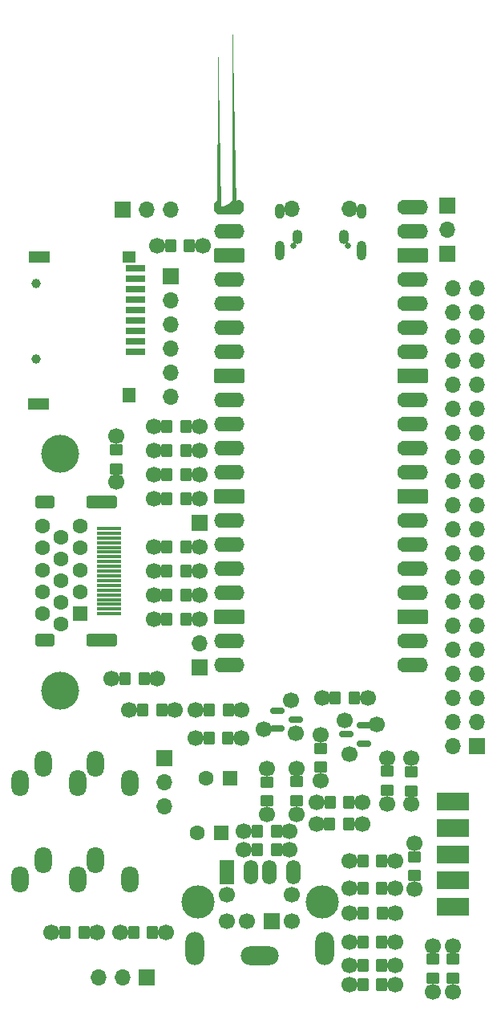
<source format=gts>
G04 #@! TF.GenerationSoftware,KiCad,Pcbnew,6.0.11-2627ca5db0~126~ubuntu20.04.1*
G04 #@! TF.CreationDate,2023-09-26T13:38:11+05:00*
G04 #@! TF.ProjectId,33NJU23,33334e4a-5532-4332-9e6b-696361645f70,rev?*
G04 #@! TF.SameCoordinates,Original*
G04 #@! TF.FileFunction,Soldermask,Top*
G04 #@! TF.FilePolarity,Negative*
%FSLAX46Y46*%
G04 Gerber Fmt 4.6, Leading zero omitted, Abs format (unit mm)*
G04 Created by KiCad (PCBNEW 6.0.11-2627ca5db0~126~ubuntu20.04.1) date 2023-09-26 13:38:11*
%MOMM*%
%LPD*%
G01*
G04 APERTURE LIST*
G04 Aperture macros list*
%AMRoundRect*
0 Rectangle with rounded corners*
0 $1 Rounding radius*
0 $2 $3 $4 $5 $6 $7 $8 $9 X,Y pos of 4 corners*
0 Add a 4 corners polygon primitive as box body*
4,1,4,$2,$3,$4,$5,$6,$7,$8,$9,$2,$3,0*
0 Add four circle primitives for the rounded corners*
1,1,$1+$1,$2,$3*
1,1,$1+$1,$4,$5*
1,1,$1+$1,$6,$7*
1,1,$1+$1,$8,$9*
0 Add four rect primitives between the rounded corners*
20,1,$1+$1,$2,$3,$4,$5,0*
20,1,$1+$1,$4,$5,$6,$7,0*
20,1,$1+$1,$6,$7,$8,$9,0*
20,1,$1+$1,$8,$9,$2,$3,0*%
%AMFreePoly0*
4,1,57,1.881438,0.792513,1.914631,0.788760,1.924366,0.782642,1.935575,0.780064,1.961670,0.759195,1.989950,0.741421,2.341668,0.389704,2.359398,0.361385,2.380215,0.335261,2.382772,0.324050,2.388875,0.314303,2.392571,0.281098,2.400000,0.248529,2.400000,-0.248878,2.392513,-0.281438,2.388760,-0.314632,2.382641,-0.324367,2.380064,-0.335575,2.359196,-0.361669,2.341421,-0.389950,
1.989704,-0.741668,1.961385,-0.759398,1.935261,-0.780215,1.924050,-0.782772,1.914303,-0.788875,1.881098,-0.792571,1.848529,-0.800000,-0.248878,-0.800000,-0.281438,-0.792513,-0.314632,-0.788760,-0.324367,-0.782641,-0.335575,-0.780064,-0.361669,-0.759196,-0.389950,-0.741421,-0.741668,-0.389704,-0.759398,-0.361385,-0.780215,-0.335261,-0.782772,-0.324050,-0.788875,-0.314303,-0.792571,-0.281098,
-0.800000,-0.248529,-0.800000,0.248878,-0.792513,0.281438,-0.788760,0.314631,-0.782642,0.324366,-0.780064,0.335575,-0.759195,0.361670,-0.741421,0.389950,-0.389704,0.741668,-0.361385,0.759398,-0.335261,0.780215,-0.324050,0.782772,-0.314303,0.788875,-0.281098,0.792571,-0.248529,0.800000,1.848878,0.800000,1.881438,0.792513,1.881438,0.792513,$1*%
%AMFreePoly1*
4,1,57,0.281438,0.792513,0.314631,0.788760,0.324366,0.782642,0.335575,0.780064,0.361670,0.759195,0.389950,0.741421,0.741668,0.389704,0.759398,0.361385,0.780215,0.335261,0.782772,0.324050,0.788875,0.314303,0.792571,0.281098,0.800000,0.248529,0.800000,-0.248878,0.792513,-0.281438,0.788760,-0.314632,0.782641,-0.324367,0.780064,-0.335575,0.759196,-0.361669,0.741421,-0.389950,
0.389704,-0.741668,0.361385,-0.759398,0.335261,-0.780215,0.324050,-0.782772,0.314303,-0.788875,0.281098,-0.792571,0.248529,-0.800000,-0.248878,-0.800000,-0.281438,-0.792513,-0.314632,-0.788760,-0.324367,-0.782641,-0.335575,-0.780064,-0.361669,-0.759196,-0.389950,-0.741421,-0.741668,-0.389704,-0.759398,-0.361385,-0.780215,-0.335261,-0.782772,-0.324050,-0.788875,-0.314303,-0.792571,-0.281098,
-0.800000,-0.248529,-0.800000,0.248878,-0.792513,0.281438,-0.788760,0.314631,-0.782642,0.324366,-0.780064,0.335575,-0.759195,0.361670,-0.741421,0.389950,-0.389704,0.741668,-0.361385,0.759398,-0.335261,0.780215,-0.324050,0.782772,-0.314303,0.788875,-0.281098,0.792571,-0.248529,0.800000,0.248878,0.800000,0.281438,0.792513,0.281438,0.792513,$1*%
G04 Aperture macros list end*
%ADD10RoundRect,0.250000X0.350000X0.450000X-0.350000X0.450000X-0.350000X-0.450000X0.350000X-0.450000X0*%
%ADD11C,1.700000*%
%ADD12C,1.000000*%
%ADD13R,2.000000X0.700000*%
%ADD14R,1.400000X1.600000*%
%ADD15R,1.400000X1.200000*%
%ADD16R,2.200000X1.200000*%
%ADD17RoundRect,0.250000X-0.350000X-0.450000X0.350000X-0.450000X0.350000X0.450000X-0.350000X0.450000X0*%
%ADD18R,1.700000X1.700000*%
%ADD19O,1.700000X1.700000*%
%ADD20R,2.600000X0.300000*%
%ADD21RoundRect,0.350000X-1.300000X0.350000X-1.300000X-0.350000X1.300000X-0.350000X1.300000X0.350000X0*%
%ADD22RoundRect,0.350000X-0.700000X0.350000X-0.700000X-0.350000X0.700000X-0.350000X0.700000X0.350000X0*%
%ADD23RoundRect,0.250000X0.450000X-0.350000X0.450000X0.350000X-0.450000X0.350000X-0.450000X-0.350000X0*%
%ADD24RoundRect,0.150000X0.587500X0.150000X-0.587500X0.150000X-0.587500X-0.150000X0.587500X-0.150000X0*%
%ADD25O,1.800000X2.800000*%
%ADD26O,2.000000X3.500000*%
%ADD27O,4.000000X2.000000*%
%ADD28RoundRect,0.150000X-0.587500X-0.150000X0.587500X-0.150000X0.587500X0.150000X-0.587500X0.150000X0*%
%ADD29R,1.524000X2.600000*%
%ADD30O,1.524000X2.600000*%
%ADD31C,3.500000*%
%ADD32RoundRect,0.250000X-0.450000X0.350000X-0.450000X-0.350000X0.450000X-0.350000X0.450000X0.350000X0*%
%ADD33C,4.000000*%
%ADD34R,1.600000X1.600000*%
%ADD35C,1.600000*%
%ADD36FreePoly0,0.000000*%
%ADD37FreePoly1,0.000000*%
%ADD38O,3.200000X1.600000*%
%ADD39RoundRect,0.200000X-0.600000X-0.600000X0.600000X-0.600000X0.600000X0.600000X-0.600000X0.600000X0*%
%ADD40RoundRect,0.200000X-1.400000X-0.600000X1.400000X-0.600000X1.400000X0.600000X-1.400000X0.600000X0*%
%ADD41R,3.480000X1.846667*%
%ADD42C,0.650000*%
%ADD43O,1.000000X1.600000*%
%ADD44O,1.000000X2.100000*%
%ADD45O,1.100000X1.500000*%
G04 APERTURE END LIST*
D10*
X58150000Y-95351600D03*
D11*
X59563000Y-95351600D03*
D10*
X56150000Y-95351600D03*
D11*
X54737000Y-95351600D03*
D12*
X32745000Y-37595000D03*
X32745000Y-45595000D03*
D13*
X43245000Y-44795000D03*
X43245000Y-43695000D03*
X43245000Y-42595000D03*
X43245000Y-41495000D03*
X43245000Y-40395000D03*
D14*
X42645000Y-49395000D03*
D13*
X43245000Y-39295000D03*
D15*
X42645000Y-34795000D03*
D16*
X33145000Y-34795000D03*
X33045000Y-50295000D03*
D13*
X43245000Y-38195000D03*
X43245000Y-37095000D03*
X43245000Y-35995000D03*
D17*
X46625000Y-67945000D03*
D11*
X45212000Y-67945000D03*
D17*
X48625000Y-67945000D03*
D11*
X50038000Y-67945000D03*
X45212000Y-70485000D03*
D17*
X46625000Y-70485000D03*
X48625000Y-70485000D03*
D11*
X50038000Y-70485000D03*
X45212000Y-55245000D03*
D17*
X46625000Y-55245000D03*
X48625000Y-55245000D03*
D11*
X50038000Y-55245000D03*
D10*
X46059675Y-82550000D03*
D11*
X47472675Y-82550000D03*
D10*
X44059675Y-82550000D03*
D11*
X42646675Y-82550000D03*
D17*
X42175031Y-79258622D03*
D11*
X40762031Y-79258622D03*
D17*
X44175031Y-79258622D03*
D11*
X45588031Y-79258622D03*
D17*
X51070000Y-82550000D03*
D11*
X49657000Y-82550000D03*
D17*
X53070000Y-82550000D03*
D11*
X54483000Y-82550000D03*
X62992000Y-81280000D03*
D17*
X64405000Y-81280000D03*
X66405000Y-81280000D03*
D11*
X67818000Y-81280000D03*
X62400724Y-94591650D03*
D17*
X63813724Y-94591650D03*
X65813724Y-94591650D03*
D11*
X67226724Y-94591650D03*
X65913000Y-104013000D03*
D17*
X67326000Y-104013000D03*
D11*
X70739000Y-104013000D03*
D17*
X69326000Y-104013000D03*
X67317000Y-98497000D03*
D11*
X65904000Y-98497000D03*
D17*
X69317000Y-98497000D03*
D11*
X70730000Y-98497000D03*
D18*
X79375000Y-86355000D03*
D19*
X76835000Y-86355000D03*
X79375000Y-83815000D03*
X76835000Y-83815000D03*
X79375000Y-81275000D03*
X76835000Y-81275000D03*
X79375000Y-78735000D03*
X76835000Y-78735000D03*
X79375000Y-76195000D03*
X76835000Y-76195000D03*
X79375000Y-73655000D03*
X76835000Y-73655000D03*
X79375000Y-71115000D03*
X76835000Y-71115000D03*
X79375000Y-68575000D03*
X76835000Y-68575000D03*
X79375000Y-66035000D03*
X76835000Y-66035000D03*
X79375000Y-63495000D03*
X76835000Y-63495000D03*
X79375000Y-60955000D03*
X76835000Y-60955000D03*
X79375000Y-58415000D03*
X76835000Y-58415000D03*
X79375000Y-55875000D03*
X76835000Y-55875000D03*
X79375000Y-53335000D03*
X76835000Y-53335000D03*
X79375000Y-50795000D03*
X76835000Y-50795000D03*
X79375000Y-48255000D03*
X76835000Y-48255000D03*
X79375000Y-45715000D03*
X76835000Y-45715000D03*
X79375000Y-43175000D03*
X76835000Y-43175000D03*
X79375000Y-40635000D03*
X76835000Y-40635000D03*
X79375000Y-38095000D03*
X76835000Y-38095000D03*
D10*
X45085000Y-106045000D03*
D11*
X46498000Y-106045000D03*
X41672000Y-106045000D03*
D10*
X43085000Y-106045000D03*
D20*
X40455000Y-72445000D03*
X40455000Y-71945000D03*
X40455000Y-71445000D03*
X40455000Y-70945000D03*
X40455000Y-70445000D03*
X40455000Y-69945000D03*
X40455000Y-69445000D03*
X40455000Y-68945000D03*
X40455000Y-68445000D03*
X40455000Y-67945000D03*
X40455000Y-67445000D03*
X40455000Y-66945000D03*
X40455000Y-66445000D03*
X40455000Y-65945000D03*
X40455000Y-65445000D03*
X40455000Y-64945000D03*
X40455000Y-64445000D03*
X40455000Y-63945000D03*
X40455000Y-63445000D03*
D21*
X39695000Y-60695000D03*
D22*
X33735000Y-60695000D03*
X33735000Y-75195000D03*
D21*
X39695000Y-75195000D03*
D17*
X63843288Y-92344802D03*
D11*
X62430288Y-92344802D03*
D17*
X65843288Y-92344802D03*
D11*
X67256288Y-92344802D03*
X45212000Y-52705000D03*
D17*
X46625000Y-52705000D03*
D11*
X50038000Y-52705000D03*
D17*
X48625000Y-52705000D03*
D18*
X50033422Y-78130833D03*
D19*
X50033422Y-75590833D03*
D17*
X51050000Y-85524500D03*
D11*
X49637000Y-85524500D03*
X54463000Y-85524500D03*
D17*
X53050000Y-85524500D03*
D11*
X62865000Y-90043000D03*
D23*
X62865000Y-88630000D03*
D11*
X62865000Y-85217000D03*
D23*
X62865000Y-86630000D03*
D11*
X50403000Y-33655000D03*
D10*
X48990000Y-33655000D03*
D11*
X45577000Y-33655000D03*
D10*
X46990000Y-33655000D03*
D18*
X50043916Y-62874035D03*
D11*
X65375497Y-83723399D03*
D24*
X67406881Y-86115527D03*
X67406881Y-84215527D03*
D11*
X68792024Y-84144777D03*
X65868066Y-87202778D03*
D24*
X65531881Y-85165527D03*
D25*
X39025000Y-88270000D03*
X37225000Y-90270000D03*
X31125000Y-90270000D03*
X33525000Y-88270000D03*
X42725000Y-90270000D03*
D18*
X57673448Y-104839098D03*
D11*
X55073448Y-104839098D03*
X59773448Y-104839098D03*
D26*
X49523448Y-107689098D03*
X63223448Y-107689098D03*
D27*
X56373448Y-108489098D03*
D11*
X52973448Y-104839098D03*
X59773448Y-102039098D03*
X52973448Y-102039098D03*
X70723000Y-109474000D03*
D10*
X69310000Y-109474000D03*
X67310000Y-109474000D03*
D11*
X65897000Y-109474000D03*
X70720000Y-107067000D03*
D10*
X69307000Y-107067000D03*
D11*
X65894000Y-107067000D03*
D10*
X67307000Y-107067000D03*
D25*
X39025000Y-98430000D03*
X37225000Y-100430000D03*
X31125000Y-100430000D03*
X33525000Y-98430000D03*
X42725000Y-100430000D03*
D17*
X56150000Y-97282000D03*
D11*
X54737000Y-97282000D03*
X59563000Y-97282000D03*
D17*
X58150000Y-97282000D03*
D11*
X69850000Y-92456000D03*
D23*
X69850000Y-91043000D03*
X69850000Y-89043000D03*
D11*
X69850000Y-87630000D03*
X60227503Y-85059601D03*
D28*
X58300352Y-82649390D03*
X58300352Y-84549390D03*
D11*
X56810976Y-84638223D03*
X59734934Y-81580222D03*
D28*
X60175352Y-83599390D03*
D18*
X44434070Y-110738885D03*
D19*
X41894070Y-110738885D03*
X39354070Y-110738885D03*
D29*
X52959000Y-99695000D03*
D30*
X55459000Y-99695000D03*
X57459000Y-99695000D03*
X59959000Y-99695000D03*
D31*
X49889000Y-102786000D03*
X63029000Y-102786000D03*
D32*
X72771000Y-98060000D03*
D11*
X72771000Y-96647000D03*
X72771000Y-101473000D03*
D32*
X72771000Y-100060000D03*
D11*
X45212000Y-60325000D03*
D17*
X46625000Y-60325000D03*
D11*
X50038000Y-60325000D03*
D17*
X48625000Y-60325000D03*
D33*
X35350331Y-80575000D03*
X35350331Y-55575000D03*
D34*
X37400331Y-72390000D03*
D35*
X37400331Y-70100000D03*
X37400331Y-67810000D03*
X37400331Y-65520000D03*
X37400331Y-63230000D03*
X35420331Y-73535000D03*
X35420331Y-71245000D03*
X35420331Y-68955000D03*
X35420331Y-66665000D03*
X35420331Y-64375000D03*
X33440331Y-72390000D03*
X33440331Y-70100000D03*
X33440331Y-67810000D03*
X33440331Y-65520000D03*
X33440331Y-63230000D03*
D11*
X34417000Y-106045000D03*
D17*
X35830000Y-106045000D03*
X37830000Y-106045000D03*
D11*
X39243000Y-106045000D03*
D36*
X52375000Y-29595000D03*
D37*
X53975000Y-29595000D03*
D35*
X53975000Y-32135000D03*
D38*
X53175000Y-32135000D03*
D39*
X53975000Y-34675000D03*
D40*
X53175000Y-34675000D03*
D38*
X53175000Y-37215000D03*
D35*
X53975000Y-37215000D03*
D38*
X53175000Y-39755000D03*
D35*
X53975000Y-39755000D03*
X53975000Y-42295000D03*
D38*
X53175000Y-42295000D03*
X53175000Y-44835000D03*
D35*
X53975000Y-44835000D03*
D40*
X53175000Y-47375000D03*
D39*
X53975000Y-47375000D03*
D35*
X53975000Y-49915000D03*
D38*
X53175000Y-49915000D03*
D35*
X53975000Y-52455000D03*
D38*
X53175000Y-52455000D03*
D35*
X53975000Y-54995000D03*
D38*
X53175000Y-54995000D03*
D35*
X53975000Y-57535000D03*
D38*
X53175000Y-57535000D03*
D39*
X53975000Y-60075000D03*
D40*
X53175000Y-60075000D03*
D38*
X53175000Y-62615000D03*
D35*
X53975000Y-62615000D03*
D38*
X53175000Y-65155000D03*
D35*
X53975000Y-65155000D03*
X53975000Y-67695000D03*
D38*
X53175000Y-67695000D03*
X53175000Y-70235000D03*
D35*
X53975000Y-70235000D03*
D39*
X53975000Y-72775000D03*
D40*
X53175000Y-72775000D03*
D38*
X53175000Y-75315000D03*
D35*
X53975000Y-75315000D03*
D38*
X53175000Y-77855000D03*
D35*
X53975000Y-77855000D03*
D38*
X72555000Y-77855000D03*
D35*
X71755000Y-77855000D03*
X71755000Y-75315000D03*
D38*
X72555000Y-75315000D03*
D39*
X71755000Y-72775000D03*
D40*
X72555000Y-72775000D03*
D35*
X71755000Y-70235000D03*
D38*
X72555000Y-70235000D03*
X72555000Y-67695000D03*
D35*
X71755000Y-67695000D03*
X71755000Y-65155000D03*
D38*
X72555000Y-65155000D03*
X72555000Y-62615000D03*
D35*
X71755000Y-62615000D03*
D39*
X71755000Y-60075000D03*
D40*
X72555000Y-60075000D03*
D35*
X71755000Y-57535000D03*
D38*
X72555000Y-57535000D03*
X72555000Y-54995000D03*
D35*
X71755000Y-54995000D03*
D38*
X72555000Y-52455000D03*
D35*
X71755000Y-52455000D03*
D38*
X72555000Y-49915000D03*
D35*
X71755000Y-49915000D03*
D39*
X71755000Y-47375000D03*
D40*
X72555000Y-47375000D03*
D35*
X71755000Y-44835000D03*
D38*
X72555000Y-44835000D03*
D35*
X71755000Y-42295000D03*
D38*
X72555000Y-42295000D03*
X72555000Y-39755000D03*
D35*
X71755000Y-39755000D03*
X71755000Y-37215000D03*
D38*
X72555000Y-37215000D03*
D40*
X72555000Y-34675000D03*
D39*
X71755000Y-34675000D03*
D35*
X71755000Y-32135000D03*
D38*
X72555000Y-32135000D03*
D35*
X71755000Y-29595000D03*
D38*
X72555000Y-29595000D03*
D11*
X70723000Y-111506000D03*
D10*
X69310000Y-111506000D03*
D11*
X65897000Y-111506000D03*
D10*
X67310000Y-111506000D03*
D32*
X60293101Y-90149032D03*
D11*
X60293101Y-88736032D03*
D32*
X60293101Y-92149032D03*
D11*
X60293101Y-93562032D03*
D34*
X52324000Y-95504000D03*
D35*
X49824000Y-95504000D03*
D32*
X74676000Y-108855000D03*
D11*
X74676000Y-107442000D03*
D32*
X74676000Y-110855000D03*
D11*
X74676000Y-112268000D03*
D23*
X41275000Y-57145923D03*
D11*
X41275000Y-58558923D03*
X41275000Y-53732923D03*
D23*
X41275000Y-55145923D03*
D34*
X53259791Y-89789000D03*
D35*
X50759791Y-89789000D03*
D41*
X76839500Y-103330000D03*
X76839500Y-100560000D03*
X76839500Y-97790000D03*
X76839500Y-95020000D03*
X76839500Y-92250000D03*
D18*
X46990000Y-36830000D03*
D19*
X46990000Y-39370000D03*
X46990000Y-41910000D03*
X46990000Y-44450000D03*
X46990000Y-46990000D03*
X46990000Y-49530000D03*
D11*
X76835000Y-107442000D03*
D32*
X76835000Y-108855000D03*
D11*
X76835000Y-112268000D03*
D32*
X76835000Y-110855000D03*
D11*
X57150000Y-88757000D03*
D32*
X57150000Y-90170000D03*
X57150000Y-92170000D03*
D11*
X57150000Y-93583000D03*
X45212000Y-57785000D03*
D17*
X46625000Y-57785000D03*
D11*
X50038000Y-57785000D03*
D17*
X48625000Y-57785000D03*
X67317000Y-101387000D03*
D11*
X65904000Y-101387000D03*
X70730000Y-101387000D03*
D17*
X69317000Y-101387000D03*
D11*
X45212000Y-65405000D03*
D17*
X46625000Y-65405000D03*
D11*
X50038000Y-65405000D03*
D17*
X48625000Y-65405000D03*
D32*
X72390000Y-89112553D03*
D11*
X72390000Y-87699553D03*
D32*
X72390000Y-91112553D03*
D11*
X72390000Y-92525553D03*
D18*
X76225479Y-29452407D03*
D19*
X76225479Y-31992407D03*
D18*
X76225479Y-34532407D03*
X46355000Y-87645000D03*
D19*
X46355000Y-90185000D03*
X46355000Y-92725000D03*
D18*
X41925000Y-29845000D03*
D19*
X44465000Y-29845000D03*
X47005000Y-29845000D03*
D11*
X45212000Y-73025000D03*
D17*
X46625000Y-73025000D03*
D11*
X50038000Y-73025000D03*
D17*
X48625000Y-73025000D03*
D42*
X59975000Y-33661000D03*
X65755000Y-33661000D03*
D43*
X67185000Y-30011000D03*
D44*
X67185000Y-34191000D03*
D43*
X58545000Y-30011000D03*
D44*
X58545000Y-34191000D03*
D19*
X65913000Y-29718000D03*
X59817000Y-29746000D03*
D45*
X65260000Y-32746000D03*
X60420000Y-32746000D03*
M02*

</source>
